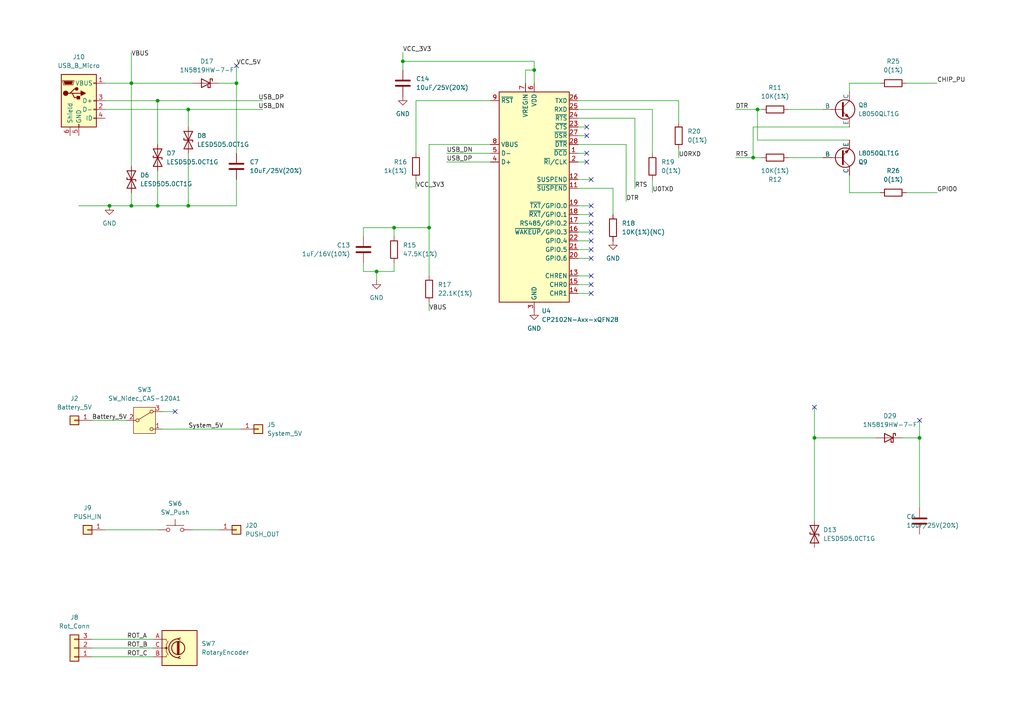
<source format=kicad_sch>
(kicad_sch (version 20250114) (generator "eeschema") (generator_version "9.0")
  (paper "A4")
  (lib_symbols
    (symbol "Connector:USB_B_Micro" (pin_names (offset 1.016))
      (property "Reference" "J" (at -5.08 11.43 0))
      (property "Value" "USB_B_Micro" (at -5.08 8.89 0))
      (symbol "USB_B_Micro_0_1"
        (rectangle (start -5.08 -7.62) (end 5.08 7.62) (stroke (width 0.254)) (fill (type background)))
        (polyline (pts (xy -4.699 5.842) (xy -4.699 5.588) (xy -4.445 4.826) (xy -4.445 4.572) (xy -1.651 4.572) (xy -1.651 4.826) (xy -1.397 5.588) (xy -1.397 5.842) (xy -4.699 5.842)))
        (polyline (pts (xy -4.318 5.588) (xy -1.778 5.588) (xy -2.032 4.826) (xy -4.064 4.826) (xy -4.318 5.588)) (fill (type outline)))
        (circle (center -3.81 2.159) (radius 0.635) (stroke (width 0.254)) (fill (type outline)))
        (polyline (pts (xy -3.175 2.159) (xy -2.54 2.159) (xy -1.27 3.429) (xy -0.635 3.429)) (stroke (width 0.254)))
        (polyline (pts (xy -2.54 2.159) (xy -1.905 2.159) (xy -1.27 0.889) (xy 0 0.889)) (stroke (width 0.254)))
        (polyline (pts (xy -1.905 2.159) (xy 0.635 2.159)) (stroke (width 0.254)))
        (circle (center -0.635 3.429) (radius 0.381) (stroke (width 0.254)) (fill (type outline)))
        (rectangle (start -0.127 -7.62) (end 0.127 -6.858))
        (rectangle (start 0.254 1.27) (end -0.508 0.508) (stroke (width 0.254)) (fill (type outline)))
        (polyline (pts (xy 0.635 2.794) (xy 0.635 1.524) (xy 1.905 2.159) (xy 0.635 2.794)) (stroke (width 0.254)) (fill (type outline)))
        (rectangle (start 5.08 4.953) (end 4.318 5.207))
        (rectangle (start 5.08 -0.127) (end 4.318 0.127))
        (rectangle (start 5.08 -2.667) (end 4.318 -2.413))
        (rectangle (start 5.08 -5.207) (end 4.318 -4.953))
      )
      (symbol "USB_B_Micro_1_1"
        (pin passive line (at -2.54 -10.16 90) (length 2.54) (name "Shield") (number "6"))
        (pin power_out line (at 0 -10.16 90) (length 2.54) (name "GND") (number "5"))
        (pin power_out line (at 7.62 5.08 180) (length 2.54) (name "VBUS") (number "1"))
        (pin bidirectional line (at 7.62 0 180) (length 2.54) (name "D+") (number "3"))
        (pin bidirectional line (at 7.62 -2.54 180) (length 2.54) (name "D-") (number "2"))
        (pin passive line (at 7.62 -5.08 180) (length 2.54) (name "ID") (number "4"))
      )
    )
    (symbol "Connector_Generic:Conn_01x01" (pin_names (offset 1.016) (hide yes))
      (property "Reference" "J" (at 0 2.54 0))
      (property "Value" "Conn_01x01" (at 0 -2.54 0))
      (symbol "Conn_01x01_1_1"
        (rectangle (start -1.27 1.27) (end 1.27 -1.27) (stroke (width 0.254)) (fill (type background)))
        (rectangle (start -1.27 0.127) (end 0 -0.127) (stroke (width 0.1524)))
        (pin passive line (at -5.08 0 0) (length 3.81) (name "Pin_1") (number "1"))
      )
    )
    (symbol "Connector_Generic:Conn_01x03" (pin_names (offset 1.016) (hide yes))
      (property "Reference" "J" (at 0 5.08 0))
      (property "Value" "Conn_01x03" (at 0 -5.08 0))
      (symbol "Conn_01x03_1_1"
        (rectangle (start -1.27 3.81) (end 1.27 -3.81) (stroke (width 0.254)) (fill (type background)))
        (rectangle (start -1.27 2.667) (end 0 2.413) (stroke (width 0.1524)))
        (rectangle (start -1.27 0.127) (end 0 -0.127) (stroke (width 0.1524)))
        (rectangle (start -1.27 -2.413) (end 0 -2.667) (stroke (width 0.1524)))
        (pin passive line (at -5.08 2.54 0) (length 3.81) (name "Pin_1") (number "1"))
        (pin passive line (at -5.08 0 0) (length 3.81) (name "Pin_2") (number "2"))
        (pin passive line (at -5.08 -2.54 0) (length 3.81) (name "Pin_3") (number "3"))
      )
    )
    (symbol "Custom_Components:LESD5D5.0CT1G" (pin_numbers (hide yes)) (pin_names (offset 1.016) (hide yes))
      (property "Reference" "D" (at 0 2.54 0))
      (property "Value" "LESD5D5.0CT1G" (at 0 -2.54 0))
      (symbol "LESD5D5.0CT1G_0_1"
        (polyline (pts (xy -2.54 -1.27) (xy 0 0) (xy -2.54 1.27) (xy -2.54 -1.27)) (stroke (width 0.254)))
        (polyline (pts (xy 0.508 1.27) (xy 0 1.27) (xy 0 -1.27) (xy -0.508 -1.27)) (stroke (width 0.254)))
        (polyline (pts (xy 1.27 0) (xy -1.27 0)))
        (polyline (pts (xy 2.54 1.27) (xy 2.54 -1.27) (xy 0 0) (xy 2.54 1.27)) (stroke (width 0.254)))
      )
      (symbol "LESD5D5.0CT1G_1_1"
        (pin passive line (at -3.81 0 0) (length 2.54) (name "A1") (number "1"))
        (pin passive line (at 3.81 0 180) (length 2.54) (name "A2") (number "2"))
      )
    )
    (symbol "Device:C" (pin_numbers (hide yes)) (pin_names (offset 0.254))
      (property "Reference" "C" (at 0.635 2.54 0))
      (property "Value" "C" (at 0.635 -2.54 0))
      (symbol "C_0_1"
        (polyline (pts (xy -2.032 0.762) (xy 2.032 0.762)) (stroke (width 0.508)))
        (polyline (pts (xy -2.032 -0.762) (xy 2.032 -0.762)) (stroke (width 0.508)))
      )
      (symbol "C_1_1"
        (pin passive line (at 0 3.81 270) (length 2.794) (name "~") (number "1"))
        (pin passive line (at 0 -3.81 90) (length 2.794) (name "~") (number "2"))
      )
    )
    (symbol "Device:R" (pin_numbers (hide yes)) (pin_names (offset 0))
      (property "Reference" "R" (at 2.032 0 90))
      (property "Value" "R" (at 0 0 90))
      (symbol "R_0_1"
        (rectangle (start -1.016 -2.54) (end 1.016 2.54) (stroke (width 0.254)))
      )
      (symbol "R_1_1"
        (pin passive line (at 0 3.81 270) (length 1.27) (name "~") (number "1"))
        (pin passive line (at 0 -3.81 90) (length 1.27) (name "~") (number "2"))
      )
    )
    (symbol "Device:RotaryEncoder" (pin_names (offset 0.254) (hide yes))
      (property "Reference" "SW" (at 0 6.604 0))
      (property "Value" "RotaryEncoder" (at 0 -6.604 0))
      (symbol "RotaryEncoder_0_1"
        (rectangle (start -5.08 5.08) (end 5.08 -5.08) (stroke (width 0.254)) (fill (type background)))
        (polyline (pts (xy -5.08 2.54) (xy -3.81 2.54) (xy -3.81 2.032)))
        (polyline (pts (xy -5.08 0) (xy -3.81 0) (xy -3.81 -1.016) (xy -3.302 -2.032)))
        (polyline (pts (xy -5.08 -2.54) (xy -3.81 -2.54) (xy -3.81 -2.032)))
        (polyline (pts (xy -4.318 0) (xy -3.81 0) (xy -3.81 1.016) (xy -3.302 2.032)))
        (circle (center -3.81 0) (radius 0.254) (fill (type outline)))
        (polyline (pts (xy -0.635 -1.778) (xy -0.635 1.778)) (stroke (width 0.254)))
        (circle (center -0.381 0) (radius 1.905) (stroke (width 0.254)))
        (polyline (pts (xy -0.381 -1.778) (xy -0.381 1.778)) (stroke (width 0.254)))
        (arc (start -0.381 -2.794) (mid -3.0988 -0.0635) (end -0.381 2.667) (stroke (width 0.254)))
        (polyline (pts (xy -0.127 1.778) (xy -0.127 -1.778)) (stroke (width 0.254)))
        (polyline (pts (xy 0.254 2.921) (xy -0.508 2.667) (xy 0.127 2.286)) (stroke (width 0.254)))
        (polyline (pts (xy 0.254 -3.048) (xy -0.508 -2.794) (xy 0.127 -2.413)) (stroke (width 0.254)))
      )
      (symbol "RotaryEncoder_1_1"
        (pin passive line (at -7.62 2.54 0) (length 2.54) (name "A") (number "A"))
        (pin passive line (at -7.62 0 0) (length 2.54) (name "C") (number "C"))
        (pin passive line (at -7.62 -2.54 0) (length 2.54) (name "B") (number "B"))
      )
    )
    (symbol "Diode:1N5819" (pin_numbers (hide yes)) (pin_names (offset 1.016) (hide yes))
      (property "Reference" "D" (at 0 2.54 0))
      (property "Value" "1N5819" (at 0 -2.54 0))
      (symbol "1N5819_0_1"
        (polyline (pts (xy -1.905 0.635) (xy -1.905 1.27) (xy -1.27 1.27) (xy -1.27 -1.27) (xy -0.635 -1.27) (xy -0.635 -0.635)) (stroke (width 0.254)))
        (polyline (pts (xy 1.27 1.27) (xy 1.27 -1.27) (xy -1.27 0) (xy 1.27 1.27)) (stroke (width 0.254)))
        (polyline (pts (xy 1.27 0) (xy -1.27 0)))
      )
      (symbol "1N5819_1_1"
        (pin passive line (at -3.81 0 0) (length 2.54) (name "K") (number "1"))
        (pin passive line (at 3.81 0 180) (length 2.54) (name "A") (number "2"))
      )
    )
    (symbol "Interface_USB:CP2102N-Axx-xQFN28"
      (property "Reference" "U" (at -8.89 31.75 0))
      (property "Value" "CP2102N-Axx-xQFN28" (at 12.7 31.75 0))
      (symbol "CP2102N-Axx-xQFN28_0_1"
        (rectangle (start -10.16 30.48) (end 10.16 -30.48) (stroke (width 0.254)) (fill (type background)))
      )
      (symbol "CP2102N-Axx-xQFN28_1_1"
        (pin input line (at -12.7 27.94 0) (length 2.54) (name "~{RST}") (number "9"))
        (pin input line (at -12.7 15.24 0) (length 2.54) (name "VBUS") (number "8"))
        (pin bidirectional line (at -12.7 12.7 0) (length 2.54) (name "D-") (number "5"))
        (pin bidirectional line (at -12.7 10.16 0) (length 2.54) (name "D+") (number "4"))
        (pin no_connect line (at -10.16 -27.94 0) (length 2.54) (hide yes) (name "NC") (number "10"))
        (pin power_in line (at -2.54 33.02 270) (length 2.54) (name "VREGIN") (number "7"))
        (pin power_in line (at 0 33.02 270) (length 2.54) (name "VDD") (number "6"))
        (pin passive line (at 0 -33.02 90) (length 2.54) (hide yes) (name "GND") (number "29"))
        (pin power_in line (at 0 -33.02 90) (length 2.54) (name "GND") (number "3"))
        (pin output line (at 12.7 27.94 180) (length 2.54) (name "TXD") (number "26"))
        (pin input line (at 12.7 25.4 180) (length 2.54) (name "RXD") (number "25"))
        (pin output line (at 12.7 22.86 180) (length 2.54) (name "~{RTS}") (number "24"))
        (pin input line (at 12.7 20.32 180) (length 2.54) (name "~{CTS}") (number "23"))
        (pin input line (at 12.7 17.78 180) (length 2.54) (name "~{DSR}") (number "27"))
        (pin output line (at 12.7 15.24 180) (length 2.54) (name "~{DTR}") (number "28"))
        (pin input line (at 12.7 12.7 180) (length 2.54) (name "~{DCD}") (number "1"))
        (pin bidirectional line (at 12.7 10.16 180) (length 2.54) (name "~{RI}/CLK") (number "2"))
        (pin output line (at 12.7 5.08 180) (length 2.54) (name "SUSPEND") (number "12"))
        (pin output line (at 12.7 2.54 180) (length 2.54) (name "~{SUSPEND}") (number "11"))
        (pin bidirectional line (at 12.7 -2.54 180) (length 2.54) (name "~{TXT}/GPIO.0") (number "19"))
        (pin bidirectional line (at 12.7 -5.08 180) (length 2.54) (name "~{RXT}/GPIO.1") (number "18"))
        (pin bidirectional line (at 12.7 -7.62 180) (length 2.54) (name "RS485/GPIO.2") (number "17"))
        (pin bidirectional line (at 12.7 -10.16 180) (length 2.54) (name "~{WAKEUP}/GPIO.3") (number "16"))
        (pin bidirectional line (at 12.7 -12.7 180) (length 2.54) (name "GPIO.4") (number "22"))
        (pin bidirectional line (at 12.7 -15.24 180) (length 2.54) (name "GPIO.5") (number "21"))
        (pin bidirectional line (at 12.7 -17.78 180) (length 2.54) (name "GPIO.6") (number "20"))
        (pin output line (at 12.7 -22.86 180) (length 2.54) (name "CHREN") (number "13"))
        (pin output line (at 12.7 -25.4 180) (length 2.54) (name "CHR0") (number "15"))
        (pin output line (at 12.7 -27.94 180) (length 2.54) (name "CHR1") (number "14"))
      )
    )
    (symbol "Simulation_SPICE:NPN" (pin_numbers (hide yes)) (pin_names (offset 0))
      (property "Reference" "Q" (at -2.54 7.62 0))
      (property "Value" "NPN" (at -2.54 5.08 0))
      (symbol "NPN_0_1"
        (polyline (pts (xy -2.54 0) (xy 0.635 0)) (stroke (width 0.1524)))
        (polyline (pts (xy 0.635 1.905) (xy 0.635 -1.905) (xy 0.635 -1.905)) (stroke (width 0.508)))
        (polyline (pts (xy 0.635 0.635) (xy 2.54 2.54)))
        (polyline (pts (xy 0.635 -0.635) (xy 2.54 -2.54) (xy 2.54 -2.54)))
        (circle (center 1.27 0) (radius 2.8194) (stroke (width 0.254)))
        (polyline (pts (xy 1.27 -1.778) (xy 1.778 -1.27) (xy 2.286 -2.286) (xy 1.27 -1.778) (xy 1.27 -1.778)) (fill (type outline)))
        (polyline (pts (xy 2.794 -1.27) (xy 2.794 -1.27)) (stroke (width 0.1524)))
        (polyline (pts (xy 2.794 -1.27) (xy 2.794 -1.27)) (stroke (width 0.1524)))
      )
      (symbol "NPN_1_1"
        (pin input line (at -5.08 0 0) (length 2.54) (name "B") (number "2"))
        (pin open_collector line (at 2.54 5.08 270) (length 2.54) (name "C") (number "1"))
        (pin open_emitter line (at 2.54 -5.08 90) (length 2.54) (name "E") (number "3"))
      )
    )
    (symbol "Switch:SW_Nidec_CAS-120A1" (pin_names (offset 1) (hide yes))
      (property "Reference" "SW" (at 0 4.318 0))
      (property "Value" "SW_Nidec_CAS-120A1" (at 0 -5.08 0))
      (symbol "SW_Nidec_CAS-120A1_0_1"
        (circle (center -2.032 0) (radius 0.4572))
        (polyline (pts (xy -1.651 0.254) (xy 1.651 2.286)))
        (circle (center 2.032 2.54) (radius 0.4572))
        (circle (center 2.032 -2.54) (radius 0.4572))
      )
      (symbol "SW_Nidec_CAS-120A1_1_1"
        (rectangle (start -3.175 3.81) (end 3.175 -3.81) (fill (type background)))
        (pin passive line (at -5.08 0 0) (length 2.54) (name "B") (number "2"))
        (pin passive line (at 5.08 2.54 180) (length 2.54) (name "A") (number "3"))
        (pin passive line (at 5.08 -2.54 180) (length 2.54) (name "C") (number "1"))
      )
    )
    (symbol "Switch:SW_Push" (pin_numbers (hide yes)) (pin_names (offset 1.016) (hide yes))
      (property "Reference" "SW" (at 1.27 2.54 0))
      (property "Value" "SW_Push" (at 0 -1.524 0))
      (symbol "SW_Push_0_1"
        (circle (center -2.032 0) (radius 0.508))
        (polyline (pts (xy 0 1.27) (xy 0 3.048)))
        (circle (center 2.032 0) (radius 0.508))
        (polyline (pts (xy 2.54 1.27) (xy -2.54 1.27)))
        (pin passive line (at -5.08 0 0) (length 2.54) (name "1") (number "1"))
        (pin passive line (at 5.08 0 180) (length 2.54) (name "2") (number "2"))
      )
    )
    (symbol "power:GND" (power) (pin_numbers (hide yes)) (pin_names (offset 0) (hide yes))
      (property "Value" "GND" (at 0 -3.81 0))
      (symbol "GND_0_1"
        (polyline (pts (xy 0 0) (xy 0 -1.27) (xy 1.27 -1.27) (xy 0 -2.54) (xy -1.27 -1.27) (xy 0 -1.27)))
      )
      (symbol "GND_1_1"
        (pin power_in line (at 0 0 270) (length 0) (name "~") (number "1"))
      )
    )
  )
  (junction (at 54.61 31.75))
  (junction (at 154.94 20.32))
  (junction (at 116.84 17.78))
  (junction (at 236.22 127))
  (junction (at 38.1 59.69))
  (junction (at 54.61 59.69))
  (junction (at 124.46 66.04))
  (junction (at 68.58 24.13))
  (junction (at 114.3 66.04))
  (junction (at 266.7 127))
  (junction (at 109.22 78.74))
  (junction (at 219.71 31.75))
  (junction (at 31.75 59.69))
  (junction (at 218.44 45.72))
  (junction (at 45.72 59.69))
  (junction (at 45.72 29.21))
  (junction (at 38.1 24.13))
  (no_connect (at 171.45 82.55))
  (no_connect (at 171.45 74.93))
  (no_connect (at 171.45 59.69))
  (no_connect (at 171.45 85.09))
  (no_connect (at 171.45 72.39))
  (no_connect (at 170.18 44.45))
  (no_connect (at 266.7 121.92))
  (no_connect (at 171.45 69.85))
  (no_connect (at 170.18 36.83))
  (no_connect (at 170.18 39.37))
  (no_connect (at 171.45 52.07))
  (no_connect (at 171.45 64.77))
  (no_connect (at 68.58 19.05))
  (no_connect (at 171.45 62.23))
  (no_connect (at 236.22 118.11))
  (no_connect (at 171.45 80.01))
  (no_connect (at 170.18 46.99))
  (no_connect (at 171.45 67.31))
  (no_connect (at 50.8 119.38))
  (wire (pts (xy 116.84 15.24) (xy 116.84 17.78)))
  (wire (pts (xy 219.71 40.64) (xy 246.38 40.64)))
  (wire (pts (xy 261.62 127) (xy 266.7 127)))
  (wire (pts (xy 129.54 44.45) (xy 142.24 44.45)))
  (wire (pts (xy 45.72 49.53) (xy 45.72 59.69)))
  (wire (pts (xy 30.48 29.21) (xy 45.72 29.21)))
  (wire (pts (xy 236.22 118.11) (xy 236.22 127)))
  (wire (pts (xy 167.64 82.55) (xy 171.45 82.55)))
  (wire (pts (xy 124.46 66.04) (xy 124.46 80.01)))
  (wire (pts (xy 266.7 121.92) (xy 266.7 127)))
  (wire (pts (xy 105.41 76.2) (xy 105.41 78.74)))
  (wire (pts (xy 46.99 124.46) (xy 69.85 124.46)))
  (wire (pts (xy 167.64 80.01) (xy 171.45 80.01)))
  (wire (pts (xy 26.67 190.5) (xy 44.45 190.5)))
  (wire (pts (xy 38.1 15.24) (xy 38.1 24.13)))
  (wire (pts (xy 167.64 44.45) (xy 170.18 44.45)))
  (wire (pts (xy 167.64 64.77) (xy 171.45 64.77)))
  (wire (pts (xy 46.99 119.38) (xy 50.8 119.38)))
  (wire (pts (xy 142.24 29.21) (xy 120.65 29.21)))
  (wire (pts (xy 167.64 54.61) (xy 177.8 54.61)))
  (wire (pts (xy 167.64 59.69) (xy 171.45 59.69)))
  (wire (pts (xy 109.22 78.74) (xy 105.41 78.74)))
  (wire (pts (xy 167.64 29.21) (xy 196.85 29.21)))
  (wire (pts (xy 114.3 66.04) (xy 114.3 68.58)))
  (wire (pts (xy 63.5 24.13) (xy 68.58 24.13)))
  (wire (pts (xy 167.64 67.31) (xy 171.45 67.31)))
  (wire (pts (xy 114.3 76.2) (xy 114.3 78.74)))
  (wire (pts (xy 167.64 46.99) (xy 170.18 46.99)))
  (wire (pts (xy 184.15 34.29) (xy 184.15 54.61)))
  (wire (pts (xy 228.6 31.75) (xy 238.76 31.75)))
  (wire (pts (xy 262.89 24.13) (xy 271.78 24.13)))
  (wire (pts (xy 246.38 24.13) (xy 255.27 24.13)))
  (wire (pts (xy 45.72 29.21) (xy 45.72 41.91)))
  (wire (pts (xy 120.65 52.07) (xy 120.65 54.61)))
  (wire (pts (xy 167.64 85.09) (xy 171.45 85.09)))
  (wire (pts (xy 38.1 24.13) (xy 38.1 48.26)))
  (wire (pts (xy 30.48 31.75) (xy 54.61 31.75)))
  (wire (pts (xy 167.64 52.07) (xy 171.45 52.07)))
  (wire (pts (xy 246.38 26.67) (xy 246.38 24.13)))
  (wire (pts (xy 109.22 78.74) (xy 109.22 81.28)))
  (wire (pts (xy 262.89 55.88) (xy 271.78 55.88)))
  (wire (pts (xy 218.44 45.72) (xy 218.44 36.83)))
  (wire (pts (xy 54.61 31.75) (xy 54.61 36.83)))
  (wire (pts (xy 26.67 121.92) (xy 36.83 121.92)))
  (wire (pts (xy 114.3 78.74) (xy 109.22 78.74)))
  (wire (pts (xy 142.24 41.91) (xy 124.46 41.91)))
  (wire (pts (xy 167.64 41.91) (xy 181.61 41.91)))
  (wire (pts (xy 167.64 72.39) (xy 171.45 72.39)))
  (wire (pts (xy 196.85 29.21) (xy 196.85 35.56)))
  (wire (pts (xy 181.61 41.91) (xy 181.61 58.42)))
  (wire (pts (xy 167.64 34.29) (xy 184.15 34.29)))
  (wire (pts (xy 22.86 59.69) (xy 31.75 59.69)))
  (wire (pts (xy 54.61 59.69) (xy 68.58 59.69)))
  (wire (pts (xy 218.44 36.83) (xy 246.38 36.83)))
  (wire (pts (xy 213.36 31.75) (xy 219.71 31.75)))
  (wire (pts (xy 154.94 20.32) (xy 154.94 17.78)))
  (wire (pts (xy 54.61 31.75) (xy 76.2 31.75)))
  (wire (pts (xy 26.67 187.96) (xy 44.45 187.96)))
  (wire (pts (xy 236.22 127) (xy 254 127)))
  (wire (pts (xy 124.46 66.04) (xy 114.3 66.04)))
  (wire (pts (xy 219.71 31.75) (xy 220.98 31.75)))
  (wire (pts (xy 189.23 31.75) (xy 189.23 44.45)))
  (wire (pts (xy 152.4 20.32) (xy 154.94 20.32)))
  (wire (pts (xy 167.64 69.85) (xy 171.45 69.85)))
  (wire (pts (xy 30.48 24.13) (xy 38.1 24.13)))
  (wire (pts (xy 68.58 52.07) (xy 68.58 59.69)))
  (wire (pts (xy 38.1 24.13) (xy 55.88 24.13)))
  (wire (pts (xy 167.64 62.23) (xy 171.45 62.23)))
  (wire (pts (xy 30.48 153.67) (xy 45.72 153.67)))
  (wire (pts (xy 45.72 59.69) (xy 54.61 59.69)))
  (wire (pts (xy 116.84 17.78) (xy 154.94 17.78)))
  (wire (pts (xy 196.85 43.18) (xy 196.85 45.72)))
  (wire (pts (xy 26.67 185.42) (xy 44.45 185.42)))
  (wire (pts (xy 219.71 31.75) (xy 219.71 40.64)))
  (wire (pts (xy 38.1 55.88) (xy 38.1 59.69)))
  (wire (pts (xy 167.64 36.83) (xy 170.18 36.83)))
  (wire (pts (xy 167.64 39.37) (xy 170.18 39.37)))
  (wire (pts (xy 246.38 55.88) (xy 255.27 55.88)))
  (wire (pts (xy 246.38 50.8) (xy 246.38 55.88)))
  (wire (pts (xy 68.58 19.05) (xy 68.58 24.13)))
  (wire (pts (xy 68.58 44.45) (xy 68.58 24.13)))
  (wire (pts (xy 129.54 46.99) (xy 142.24 46.99)))
  (wire (pts (xy 167.64 74.93) (xy 171.45 74.93)))
  (wire (pts (xy 120.65 29.21) (xy 120.65 44.45)))
  (wire (pts (xy 154.94 24.13) (xy 154.94 20.32)))
  (wire (pts (xy 38.1 59.69) (xy 45.72 59.69)))
  (wire (pts (xy 124.46 41.91) (xy 124.46 66.04)))
  (wire (pts (xy 45.72 29.21) (xy 76.2 29.21)))
  (wire (pts (xy 213.36 45.72) (xy 218.44 45.72)))
  (wire (pts (xy 116.84 17.78) (xy 116.84 20.32)))
  (wire (pts (xy 218.44 45.72) (xy 220.98 45.72)))
  (wire (pts (xy 177.8 54.61) (xy 177.8 62.23)))
  (wire (pts (xy 152.4 24.13) (xy 152.4 20.32)))
  (wire (pts (xy 266.7 147.32) (xy 266.7 127)))
  (wire (pts (xy 124.46 87.63) (xy 124.46 90.17)))
  (wire (pts (xy 54.61 44.45) (xy 54.61 59.69)))
  (wire (pts (xy 189.23 52.07) (xy 189.23 55.88)))
  (wire (pts (xy 105.41 66.04) (xy 105.41 68.58)))
  (wire (pts (xy 236.22 127) (xy 236.22 151.13)))
  (wire (pts (xy 55.88 153.67) (xy 63.5 153.67)))
  (wire (pts (xy 228.6 45.72) (xy 238.76 45.72)))
  (wire (pts (xy 31.75 59.69) (xy 38.1 59.69)))
  (wire (pts (xy 167.64 31.75) (xy 189.23 31.75)))
  (wire (pts (xy 114.3 66.04) (xy 105.41 66.04)))
  (label "USB_DP" (at 74.93 29.21 0))
  (label "System_5V" (at 54.61 124.46 0))
  (label "RTS" (at 213.36 45.72 0))
  (label "U0RXD" (at 196.85 45.72 0))
  (label "VCC_3V3" (at 116.84 15.24 0))
  (label "ROT_A" (at 36.83 185.42 0))
  (label "GPIO0" (at 271.78 55.88 0))
  (label "VBUS" (at 124.46 90.17 0))
  (label "VCC_3V3" (at 120.65 54.61 0))
  (label "CHIP_PU" (at 271.78 24.13 0))
  (label "DTR" (at 181.61 58.42 0))
  (label "ROT_C" (at 36.83 190.5 0))
  (label "USB_DP" (at 129.54 46.99 0))
  (label "ROT_B" (at 36.83 187.96 0))
  (label "RTS" (at 184.15 54.61 0))
  (label "DTR" (at 213.36 31.75 0))
  (label "VBUS" (at 38.1 16.51 0))
  (label "VCC_5V" (at 68.58 19.05 0))
  (label "Battery_5V" (at 26.67 121.92 0))
  (label "USB_DN" (at 74.93 31.75 0))
  (label "U0TXD" (at 189.23 55.88 0))
  (label "USB_DN" (at 129.54 44.45 0))
  (symbol (lib_id "Connector_Generic:Conn_01x03") (at 21.59 187.96 180) (unit 1)
    (property "Reference" "J8" (at 21.59 179.07 0))
    (property "Value" "Rot_Conn" (at 21.59 181.61 0))
    (property "Description" "Generic connector, single row, 01x03, script generated (kicad-library-utils/schlib/autogen/connector/)" (effects (hide yes)))
  )
  (symbol (lib_id "Device:C") (at 105.41 72.39 0) (mirror y) (unit 1)
    (property "Reference" "C13" (at 101.6 71.1199 0) (effects (justify left)))
    (property "Value" "1uF/16V(10%)" (at 101.6 73.6599 0) (effects (justify left)))
    (property "Description" "Unpolarized capacitor" (effects (hide yes)))
  )
  (symbol (lib_id "power:GND") (at 116.84 27.94 0) (unit 1)
    (property "Reference" "#PWR016" (effects (hide yes)))
    (property "Value" "GND" (at 116.84 33.02 0))
    (property "Description" "Power symbol creates a global label with name \"GND\" , ground" (effects (hide yes)))
  )
  (symbol (lib_id "Connector:USB_B_Micro") (at 22.86 29.21 0) (unit 1)
    (property "Reference" "J10" (at 22.86 16.51 0))
    (property "Value" "USB_B_Micro" (at 22.86 19.05 0))
    (property "Description" "USB Micro Type B connector" (effects (hide yes)))
  )
  (symbol (lib_id "Device:C") (at 266.7 151.13 0) (mirror y) (unit 1)
    (property "Reference" "C6" (at 262.89 149.8599 0) (effects (justify right)))
    (property "Value" "10uF/25V(20%)" (at 262.89 152.3999 0) (effects (justify right)))
    (property "Footprint" "CustomComponents:CAPC1608X100N" (effects (hide yes)))
    (property "Datasheet" "https://mm.digikey.com/Volume0/opasdata/d220001/medias/docus/658/CL10A106MA8NRNC_Spec.pdf" (effects (hide yes)))
    (property "Description" "Unpolarized capacitor" (effects (hide yes)))
  )
  (symbol (lib_id "power:GND") (at 31.75 59.69 0) (unit 1)
    (property "Reference" "#PWR021" (effects (hide yes)))
    (property "Value" "GND" (at 31.75 64.77 0))
    (property "Description" "Power symbol creates a global label with name \"GND\" , ground" (effects (hide yes)))
  )
  (symbol (lib_id "Device:R") (at 259.08 24.13 90) (unit 1)
    (property "Reference" "R25" (at 259.08 17.78 90))
    (property "Value" "0(1%)" (at 259.08 20.32 90))
    (property "Description" "Resistor" (effects (hide yes)))
  )
  (symbol (lib_id "Connector_Generic:Conn_01x01") (at 74.93 124.46 0) (unit 1)
    (property "Reference" "J5" (at 77.47 123.1899 0) (effects (justify left)))
    (property "Value" "System_5V" (at 77.47 125.7299 0) (effects (justify left)))
    (property "Description" "Generic connector, single row, 01x01, script generated (kicad-library-utils/schlib/autogen/connector/)" (effects (hide yes)))
  )
  (symbol (lib_id "Custom_Components:LESD5D5.0CT1G") (at 236.22 154.94 90) (unit 1)
    (property "Reference" "D13" (at 238.76 153.6699 90) (effects (justify right)))
    (property "Value" "LESD5D5.0CT1G" (at 238.76 156.2099 90) (effects (justify right)))
    (property "Footprint" "CustomComponents:ESD5V0LBTP" (effects (hide yes)))
    (property "Datasheet" "https://www.mouser.com/datasheet/3/225/1/ESD5V0LB(DFN1006-2).pdf" (effects (hide yes)))
    (property "Description" "1500W bidirectional TVS diode, DO-201AE" (effects (hide yes)))
  )
  (symbol (lib_id "Connector_Generic:Conn_01x01") (at 68.58 153.67 0) (unit 1)
    (property "Reference" "J20" (at 71.12 152.3999 0) (effects (justify left)))
    (property "Value" "PUSH_OUT" (at 71.12 154.9399 0) (effects (justify left)))
    (property "Description" "Generic connector, single row, 01x01, script generated (kicad-library-utils/schlib/autogen/connector/)" (effects (hide yes)))
  )
  (symbol (lib_id "Connector_Generic:Conn_01x01") (at 25.4 153.67 180) (unit 1)
    (property "Reference" "J9" (at 25.4 147.32 0))
    (property "Value" "PUSH_IN" (at 25.4 149.86 0))
    (property "Description" "Generic connector, single row, 01x01, script generated (kicad-library-utils/schlib/autogen/connector/)" (effects (hide yes)))
  )
  (symbol (lib_id "Device:R") (at 259.08 55.88 90) (unit 1)
    (property "Reference" "R26" (at 259.08 49.53 90))
    (property "Value" "0(1%)" (at 259.08 52.07 90))
    (property "Description" "Resistor" (effects (hide yes)))
  )
  (symbol (lib_id "Device:R") (at 196.85 39.37 0) (unit 1)
    (property "Reference" "R20" (at 199.39 38.0999 0) (effects (justify left)))
    (property "Value" "0(1%)" (at 199.39 40.6399 0) (effects (justify left)))
    (property "Description" "Resistor" (effects (hide yes)))
  )
  (symbol (lib_id "Device:R") (at 120.65 48.26 0) (mirror y) (unit 1)
    (property "Reference" "R16" (at 118.11 46.9899 0) (effects (justify left)))
    (property "Value" "1k(1%)" (at 118.11 49.5299 0) (effects (justify left)))
    (property "Description" "Resistor" (effects (hide yes)))
  )
  (symbol (lib_id "Device:R") (at 114.3 72.39 0) (unit 1)
    (property "Reference" "R15" (at 116.84 71.1199 0) (effects (justify left)))
    (property "Value" "47.5K(1%)" (at 116.84 73.6599 0) (effects (justify left)))
    (property "Description" "Resistor" (effects (hide yes)))
  )
  (symbol (lib_id "Device:R") (at 224.79 31.75 90) (unit 1)
    (property "Reference" "R11" (at 224.79 25.4 90))
    (property "Value" "10K(1%)" (at 224.79 27.94 90))
    (property "Description" "Resistor" (effects (hide yes)))
  )
  (symbol (lib_id "Switch:SW_Nidec_CAS-120A1") (at 41.91 121.92 0) (unit 1)
    (property "Reference" "SW3" (at 41.91 113.03 0))
    (property "Value" "SW_Nidec_CAS-120A1" (at 41.91 115.57 0))
    (property "Footprint" "Button_Switch_SMD:Nidec_Copal_CAS-120A" (effects (hide yes)))
    (property "Datasheet" "https://www.nidec-components.com/e/catalog/switch/cas.pdf" (effects (hide yes)))
    (property "Description" "Switch, single pole double throw" (effects (hide yes)))
  )
  (symbol (lib_id "Custom_Components:LESD5D5.0CT1G") (at 38.1 52.07 90) (unit 1)
    (property "Reference" "D6" (at 40.64 50.7999 90) (effects (justify right)))
    (property "Value" "LESD5D5.0CT1G" (at 40.64 53.3399 90) (effects (justify right)))
    (property "Footprint" "Diode_THT:D_DO-201AE_P15.24mm_Horizontal" (effects (hide yes)))
    (property "Datasheet" "https://www.vishay.com/docs/88301/15ke.pdf" (effects (hide yes)))
    (property "Description" "1500W bidirectional TVS diode, DO-201AE" (effects (hide yes)))
  )
  (symbol (lib_id "Simulation_SPICE:NPN") (at 243.84 31.75 0) (unit 1)
    (property "Reference" "Q8" (at 248.92 30.4799 0) (effects (justify left)))
    (property "Value" "L8050QLT1G" (at 248.92 33.0199 0) (effects (justify left)))
    (property "Datasheet" "https://ngspice.sourceforge.io/docs/ngspice-html-manual/manual.xhtml#cha_BJTs" (effects (hide yes)))
    (property "Description" "Bipolar transistor symbol for simulation only, substrate tied to the emitter" (effects (hide yes)))
    (property "Sim.Device" "NPN" (effects (hide yes)))
    (property "Sim.Type" "GUMMELPOON" (effects (hide yes)))
    (property "Sim.Pins" "1=C 2=B 3=E" (effects (hide yes)))
  )
  (symbol (lib_id "power:GND") (at 109.22 81.28 0) (unit 1)
    (property "Reference" "#PWR015" (effects (hide yes)))
    (property "Value" "GND" (at 109.22 86.36 0))
    (property "Description" "Power symbol creates a global label with name \"GND\" , ground" (effects (hide yes)))
  )
  (symbol (lib_id "Connector_Generic:Conn_01x01") (at 21.59 121.92 180) (unit 1)
    (property "Reference" "J2" (at 21.59 115.57 0))
    (property "Value" "Battery_5V" (at 21.59 118.11 0))
    (property "Description" "Generic connector, single row, 01x01, script generated (kicad-library-utils/schlib/autogen/connector/)" (effects (hide yes)))
  )
  (symbol (lib_id "Device:R") (at 124.46 83.82 0) (unit 1)
    (property "Reference" "R17" (at 127 82.5499 0) (effects (justify left)))
    (property "Value" "22.1K(1%)" (at 127 85.0899 0) (effects (justify left)))
    (property "Description" "Resistor" (effects (hide yes)))
  )
  (symbol (lib_id "Device:R") (at 189.23 48.26 0) (unit 1)
    (property "Reference" "R19" (at 191.77 46.9899 0) (effects (justify left)))
    (property "Value" "0(1%)" (at 191.77 49.5299 0) (effects (justify left)))
    (property "Description" "Resistor" (effects (hide yes)))
  )
  (symbol (lib_id "Simulation_SPICE:NPN") (at 243.84 45.72 0) (mirror x) (unit 1)
    (property "Reference" "Q9" (at 248.92 46.9901 0) (effects (justify left)))
    (property "Value" "L8050QLT1G" (at 248.92 44.4501 0) (effects (justify left)))
    (property "Datasheet" "https://ngspice.sourceforge.io/docs/ngspice-html-manual/manual.xhtml#cha_BJTs" (effects (hide yes)))
    (property "Description" "Bipolar transistor symbol for simulation only, substrate tied to the emitter" (effects (hide yes)))
    (property "Sim.Device" "NPN" (effects (hide yes)))
    (property "Sim.Type" "GUMMELPOON" (effects (hide yes)))
    (property "Sim.Pins" "1=C 2=B 3=E" (effects (hide yes)))
  )
  (symbol (lib_id "Interface_USB:CP2102N-Axx-xQFN28") (at 154.94 57.15 0) (unit 1)
    (property "Reference" "U4" (at 157.0833 90.17 0) (effects (justify left)))
    (property "Value" "CP2102N-Axx-xQFN28" (at 157.0833 92.71 0) (effects (justify left)))
    (property "Footprint" "Package_DFN_QFN:QFN-28-1EP_5x5mm_P0.5mm_EP3.35x3.35mm" (effects (hide yes)))
    (property "Datasheet" "https://www.silabs.com/documents/public/data-sheets/cp2102n-datasheet.pdf" (effects (hide yes)))
    (property "Description" "USB to UART master bridge, QFN-28" (effects (hide yes)))
  )
  (symbol (lib_id "Device:C") (at 116.84 24.13 0) (unit 1)
    (property "Reference" "C14" (at 120.65 22.8599 0) (effects (justify left)))
    (property "Value" "10uF/25V(20%)" (at 120.65 25.3999 0) (effects (justify left)))
    (property "Description" "Unpolarized capacitor" (effects (hide yes)))
  )
  (symbol (lib_id "power:GND") (at 177.8 69.85 0) (unit 1)
    (property "Reference" "#PWR018" (effects (hide yes)))
    (property "Value" "GND" (at 177.8 74.93 0))
    (property "Description" "Power symbol creates a global label with name \"GND\" , ground" (effects (hide yes)))
  )
  (symbol (lib_id "Switch:SW_Push") (at 50.8 153.67 0) (unit 1)
    (property "Reference" "SW6" (at 50.8 146.05 0))
    (property "Value" "SW_Push" (at 50.8 148.59 0))
    (property "Description" "Push button switch, generic, two pins" (effects (hide yes)))
  )
  (symbol (lib_id "Diode:1N5819") (at 257.81 127 0) (mirror y) (unit 1)
    (property "Reference" "D29" (at 258.1275 120.65 0))
    (property "Value" "1N5819HW-7-F" (at 258.1275 123.19 0))
    (property "Footprint" "CustomComponents:SOD3715X145N" (effects (hide yes)))
    (property "Datasheet" "https://www.diodes.com/assets/Datasheets/1N5819HW.pdf" (effects (hide yes)))
    (property "Description" "40V 1A Schottky Barrier Rectifier Diode, DO-41" (effects (hide yes)))
  )
  (symbol (lib_id "Custom_Components:LESD5D5.0CT1G") (at 45.72 45.72 90) (unit 1)
    (property "Reference" "D7" (at 48.26 44.4499 90) (effects (justify right)))
    (property "Value" "LESD5D5.0CT1G" (at 48.26 46.9899 90) (effects (justify right)))
    (property "Footprint" "Diode_THT:D_DO-201AE_P15.24mm_Horizontal" (effects (hide yes)))
    (property "Datasheet" "https://www.vishay.com/docs/88301/15ke.pdf" (effects (hide yes)))
    (property "Description" "1500W bidirectional TVS diode, DO-201AE" (effects (hide yes)))
  )
  (symbol (lib_id "Diode:1N5819") (at 59.69 24.13 0) (mirror y) (unit 1)
    (property "Reference" "D17" (at 60.0075 17.78 0))
    (property "Value" "1N5819HW-7-F" (at 60.0075 20.32 0))
    (property "Footprint" "Diode_THT:D_DO-41_SOD81_P10.16mm_Horizontal" (effects (hide yes)))
    (property "Datasheet" "http://www.vishay.com/docs/88525/1n5817.pdf" (effects (hide yes)))
    (property "Description" "40V 1A Schottky Barrier Rectifier Diode, DO-41" (effects (hide yes)))
  )
  (symbol (lib_id "Device:RotaryEncoder") (at 52.07 187.96 0) (unit 1)
    (property "Reference" "SW7" (at 58.42 186.6899 0) (effects (justify left)))
    (property "Value" "RotaryEncoder" (at 58.42 189.2299 0) (effects (justify left)))
    (property "Description" "Rotary encoder, dual channel, incremental quadrate outputs" (effects (hide yes)))
  )
  (symbol (lib_id "Device:C") (at 68.58 48.26 0) (unit 1)
    (property "Reference" "C7" (at 72.39 46.9899 0) (effects (justify left)))
    (property "Value" "10uF/25V(20%)" (at 72.39 49.5299 0) (effects (justify left)))
    (property "Description" "Unpolarized capacitor" (effects (hide yes)))
  )
  (symbol (lib_id "Device:R") (at 224.79 45.72 90) (mirror x) (unit 1)
    (property "Reference" "R12" (at 224.79 52.07 90))
    (property "Value" "10K(1%)" (at 224.79 49.53 90))
    (property "Description" "Resistor" (effects (hide yes)))
  )
  (symbol (lib_id "Device:R") (at 177.8 66.04 0) (unit 1)
    (property "Reference" "R18" (at 180.34 64.7699 0) (effects (justify left)))
    (property "Value" "10K(1%)(NC)" (at 180.34 67.3099 0) (effects (justify left)))
    (property "Description" "Resistor" (effects (hide yes)))
  )
  (symbol (lib_id "Custom_Components:LESD5D5.0CT1G") (at 54.61 40.64 90) (unit 1)
    (property "Reference" "D8" (at 57.15 39.3699 90) (effects (justify right)))
    (property "Value" "LESD5D5.0CT1G" (at 57.15 41.9099 90) (effects (justify right)))
    (property "Footprint" "Diode_THT:D_DO-201AE_P15.24mm_Horizontal" (effects (hide yes)))
    (property "Datasheet" "https://www.vishay.com/docs/88301/15ke.pdf" (effects (hide yes)))
    (property "Description" "1500W bidirectional TVS diode, DO-201AE" (effects (hide yes)))
  )
  (symbol (lib_id "power:GND") (at 154.94 90.17 0) (unit 1)
    (property "Reference" "#PWR017" (effects (hide yes)))
    (property "Value" "GND" (at 154.94 95.25 0))
    (property "Description" "Power symbol creates a global label with name \"GND\" , ground" (effects (hide yes)))
  )
)
</source>
